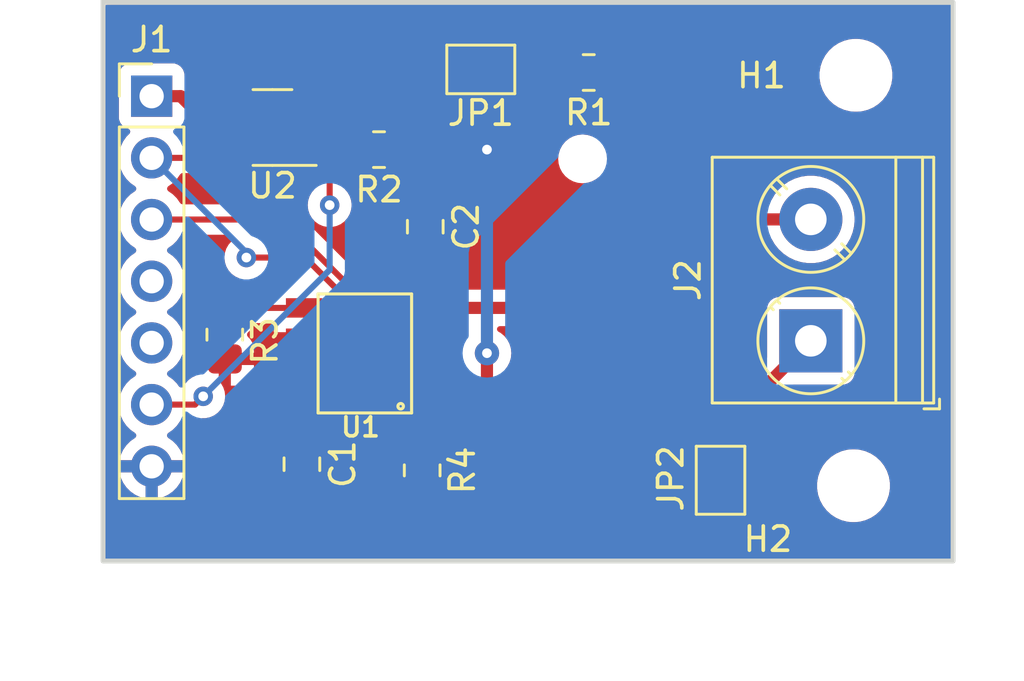
<source format=kicad_pcb>
(kicad_pcb (version 20221018) (generator pcbnew)
  (layers (0 "F.Cu" signal) (31 "B.Cu" signal) (34 "B.Paste" user) (35 "F.Paste" user) (36 "B.SilkS" user "B.Silkscreen") (37 "F.SilkS" user "F.Silkscreen") (38 "B.Mask" user) (39 "F.Mask" user) (44 "Edge.Cuts" user))
  (net 0 "")
  (net 1 "Net-(U1-VCC)")
  (net 2 "GND")
  (net 3 "/led-")
  (net 4 "VSS")
  (net 5 "+3V3")
  (net 6 "/I{slash}O")
  (net 7 "/scl")
  (net 8 "/sda")
  (net 9 "/ad0")
  (net 10 "/led+")
  (net 11 "Net-(U1-FB)")
  (footprint "MountingHole:MountingHole_2.5mm" (layer "F.Cu") (at 147.3 87.5)
    (fp_text reference "H2" (at -3.525 2.2) (layer "F.SilkS"))
    (fp_text value "MountingHole_Pad")
    (pad "" np_thru_hole circle (at 0 0) (size 2.5 2.5) (drill 2.5) (layers "*.Cu" "*.Mask"))
  )
  (footprint "Resistor_SMD:R_0805_2012Metric_Pad1.20x1.40mm_HandSolder" (layer "F.Cu") (at 127.762 73.66 180)
    (fp_text reference "R2" (at 0 -1.65) (layer "F.SilkS"))
    (fp_text value "Rl")
    (fp_line (start -0.227064 -0.735) (end 0.227064 -0.735) (stroke (width 0.12)) (layer "F.SilkS"))
    (fp_line (start -0.227064 0.735) (end 0.227064 0.735) (stroke (width 0.12)) (layer "F.SilkS"))
    (pad "1" smd roundrect (at -1 0 180) (size 1.2 1.4) (layers "F.Cu" "F.Paste" "F.Mask") (roundrect_rratio 0.208333) (net 2 "GND"))
    (pad "2" smd roundrect (at 1 0 180) (size 1.2 1.4) (layers "F.Cu" "F.Paste" "F.Mask") (roundrect_rratio 0.208333) (net 9 "/ad0"))
  )
  (footprint "TerminalBlock_Phoenix:TerminalBlock_Phoenix_PT-1,5-2-5.0-H_1x02_P5.00mm_Horizontal" (layer "F.Cu") (at 145.542 81.534 90)
    (fp_text reference "J2" (at 2.5 -5.06 90) (layer "F.SilkS"))
    (fp_text value "Screw_Terminal_01x02")
    (fp_line (start -2.8 4.66) (end -2.8 5.3) (stroke (width 0.12)) (layer "F.SilkS"))
    (fp_line (start -2.8 5.3) (end -2.4 5.3) (stroke (width 0.12)) (layer "F.SilkS"))
    (fp_line (start -2.56 -4.06) (end -2.56 5.06) (stroke (width 0.12)) (layer "F.SilkS"))
    (fp_line (start -2.56 -4.06) (end 7.56 -4.06) (stroke (width 0.12)) (layer "F.SilkS"))
    (fp_line (start -2.56 3.5) (end 7.56 3.5) (stroke (width 0.12)) (layer "F.SilkS"))
    (fp_line (start -2.56 4.6) (end 7.56 4.6) (stroke (width 0.12)) (layer "F.SilkS"))
    (fp_line (start -2.56 5.06) (end 7.56 5.06) (stroke (width 0.12)) (layer "F.SilkS"))
    (fp_line (start -1.548 1.281) (end -1.654 1.388) (stroke (width 0.12)) (layer "F.SilkS"))
    (fp_line (start -1.282 1.547) (end -1.388 1.654) (stroke (width 0.12)) (layer "F.SilkS"))
    (fp_line (start 1.388 -1.654) (end 1.281 -1.547) (stroke (width 0.12)) (layer "F.SilkS"))
    (fp_line (start 1.654 -1.388) (end 1.547 -1.281) (stroke (width 0.12)) (layer "F.SilkS"))
    (fp_line (start 3.742 0.992) (end 3.347 1.388) (stroke (width 0.12)) (layer "F.SilkS"))
    (fp_line (start 3.993 1.274) (end 3.613 1.654) (stroke (width 0.12)) (layer "F.SilkS"))
    (fp_line (start 6.388 -1.654) (end 6.008 -1.274) (stroke (width 0.12)) (layer "F.SilkS"))
    (fp_line (start 6.654 -1.388) (end 6.259 -0.992) (stroke (width 0.12)) (layer "F.SilkS"))
    (fp_line (start 7.56 -4.06) (end 7.56 5.06) (stroke (width 0.12)) (layer "F.SilkS"))
    (fp_circle (center 0 0) (end 2.18 0) (stroke (width 0.12)) (fill none) (layer "F.SilkS"))
    (fp_circle (center 5 0) (end 7.18 0) (stroke (width 0.12)) (fill none) (layer "F.SilkS"))
    (pad "1" thru_hole rect (at 0 0 90) (size 2.6 2.6) (drill 1.3) (layers "*.Cu" "*.Mask") (net 3 "/led-"))
    (pad "2" thru_hole circle (at 5 0 90) (size 2.6 2.6) (drill 1.3) (layers "*.Cu" "*.Mask") (net 10 "/led+"))
  )
  (footprint "Resistor_SMD:R_0805_2012Metric_Pad1.20x1.40mm_HandSolder" (layer "F.Cu") (at 121.412 81.28 90)
    (fp_text reference "R3" (at -0.254 1.651 90) (layer "F.SilkS"))
    (fp_text value "Rl")
    (fp_line (start -0.227064 -0.735) (end 0.227064 -0.735) (stroke (width 0.12)) (layer "F.SilkS"))
    (fp_line (start -0.227064 0.735) (end 0.227064 0.735) (stroke (width 0.12)) (layer "F.SilkS"))
    (pad "1" smd roundrect (at -1 0 90) (size 1.2 1.4) (layers "F.Cu" "F.Paste" "F.Mask") (roundrect_rratio 0.208333) (net 2 "GND"))
    (pad "2" smd roundrect (at 1 0 90) (size 1.2 1.4) (layers "F.Cu" "F.Paste" "F.Mask") (roundrect_rratio 0.208333) (net 11 "Net-(U1-FB)"))
  )
  (footprint "Jumper:SolderJumper-2_P1.3mm_Open_Pad1.0x1.5mm" (layer "F.Cu") (at 131.953 70.358 180)
    (fp_text reference "JP1" (at 0 -1.8) (layer "F.SilkS"))
    (fp_text value "SolderJumper_2_Open")
    (fp_line (start -1.4 -1) (end 1.4 -1) (stroke (width 0.12)) (layer "F.SilkS"))
    (fp_line (start -1.4 1) (end -1.4 -1) (stroke (width 0.12)) (layer "F.SilkS"))
    (fp_line (start 1.4 -1) (end 1.4 1) (stroke (width 0.12)) (layer "F.SilkS"))
    (fp_line (start 1.4 1) (end -1.4 1) (stroke (width 0.12)) (layer "F.SilkS"))
    (pad "1" smd rect (at -0.65 0 180) (size 1 1.5) (layers "F.Cu" "F.Mask") (net 4 "VSS"))
    (pad "2" smd rect (at 0.65 0 180) (size 1 1.5) (layers "F.Cu" "F.Mask") (net 10 "/led+"))
  )
  (footprint "Resistor_SMD:R_0805_2012Metric_Pad1.20x1.40mm_HandSolder" (layer "F.Cu") (at 129.54 86.868 -90)
    (fp_text reference "R4" (at 0 -1.65 90) (layer "F.SilkS"))
    (fp_text value "Rl")
    (fp_line (start -0.227064 -0.735) (end 0.227064 -0.735) (stroke (width 0.12)) (layer "F.SilkS"))
    (fp_line (start -0.227064 0.735) (end 0.227064 0.735) (stroke (width 0.12)) (layer "F.SilkS"))
    (pad "1" smd roundrect (at -1 0 270) (size 1.2 1.4) (layers "F.Cu" "F.Paste" "F.Mask") (roundrect_rratio 0.208333) (net 1 "Net-(U1-VCC)"))
    (pad "2" smd roundrect (at 1 0 270) (size 1.2 1.4) (layers "F.Cu" "F.Paste" "F.Mask") (roundrect_rratio 0.208333) (net 4 "VSS"))
  )
  (footprint "Package_TO_SOT_SMD:SOT-23-5" (layer "F.Cu") (at 123.375 72.75 180)
    (fp_text reference "U2" (at 0 -2.4) (layer "F.SilkS"))
    (fp_text value "INA169")
    (fp_line (start 0 -1.56) (end -1.8 -1.56) (stroke (width 0.12)) (layer "F.SilkS"))
    (fp_line (start 0 -1.56) (end 0.8 -1.56) (stroke (width 0.12)) (layer "F.SilkS"))
    (fp_line (start 0 1.56) (end -0.8 1.56) (stroke (width 0.12)) (layer "F.SilkS"))
    (fp_line (start 0 1.56) (end 0.8 1.56) (stroke (width 0.12)) (layer "F.SilkS"))
    (pad "1" smd roundrect (at -1.1375 -0.95 180) (size 1.325 0.6) (layers "F.Cu" "F.Paste" "F.Mask") (net 9 "/ad0"))
    (pad "2" smd roundrect (at -1.1375 0 180) (size 1.325 0.6) (layers "F.Cu" "F.Paste" "F.Mask") (net 2 "GND"))
    (pad "3" smd roundrect (at -1.1375 0.95 180) (size 1.325 0.6) (layers "F.Cu" "F.Paste" "F.Mask") (net 4 "VSS"))
    (pad "4" smd roundrect (at 1.1375 0.95 180) (size 1.325 0.6) (layers "F.Cu" "F.Paste" "F.Mask") (net 10 "/led+"))
    (pad "5" smd roundrect (at 1.1375 -0.95 180) (size 1.325 0.6) (layers "F.Cu" "F.Paste" "F.Mask") (net 5 "+3V3"))
  )
  (footprint "" (layer "F.Cu") (at 147.4 70.6)
    (fp_text reference "" (at 0 0) (layer "F.SilkS") (effects (font (size 1.27 1.27))))
    (fp_text value "" (at 0 0) (layer "F.SilkS") (effects (font (size 1.27 1.27))))
    (pad "" np_thru_hole circle (at 0 0) (size 2.5 2.5) (drill 2.5) (layers "F&B.Cu" "*.Mask"))
  )
  (footprint "own-footprints:stcs05" (layer "F.Cu") (at 130.429 84.328 90)
    (fp_text reference "U1" (at -0.762 -3.429 180) (layer "F.SilkS") (effects (font (size 0.787402 0.787402))))
    (fp_text value "STCS05DR")
    (fp_line (start -0.175 -5.175) (end 4.725 -5.175) (stroke (width 0.127)) (layer "F.SilkS"))
    (fp_line (start -0.175 -1.325) (end -0.175 -5.175) (stroke (width 0.127)) (layer "F.SilkS"))
    (fp_line (start 4.725 -5.175) (end 4.725 -1.325) (stroke (width 0.127)) (layer "F.SilkS"))
    (fp_line (start 4.725 -1.325) (end -0.175 -1.325) (stroke (width 0.127)) (layer "F.SilkS"))
    (fp_circle (center 0.1 -1.775) (end 0.15 -1.775) (stroke (width 0.127)) (fill none) (layer "F.SilkS"))
    (pad "1" smd rect (at 0.4 -0.75 180) (size 1.5 0.8) (layers "F.Cu" "F.Paste" "F.Mask") (net 1 "Net-(U1-VCC)"))
    (pad "2" smd rect (at 1.65 -0.75 180) (size 1.5 0.8) (layers "F.Cu" "F.Paste" "F.Mask") (net 5 "+3V3"))
    (pad "3" smd rect (at 2.9 -0.75 180) (size 1.5 0.8) (layers "F.Cu" "F.Paste" "F.Mask") (net 6 "/I{slash}O"))
    (pad "4" smd rect (at 4.15 -0.75 180) (size 1.5 0.8) (layers "F.Cu" "F.Paste" "F.Mask") (net 3 "/led-"))
    (pad "5" smd rect (at 4.15 -5.75 180) (size 1.5 0.8) (layers "F.Cu" "F.Paste" "F.Mask") (net 11 "Net-(U1-FB)"))
    (pad "6" smd rect (at 2.9 -5.75 180) (size 1.5 0.8) (layers "F.Cu" "F.Paste" "F.Mask") (net 2 "GND"))
    (pad "7" smd rect (at 1.65 -5.75 180) (size 1.5 0.8) (layers "F.Cu" "F.Paste" "F.Mask"))
    (pad "8" smd rect (at 0.4 -5.75 180) (size 1.5 0.8) (layers "F.Cu" "F.Paste" "F.Mask"))
  )
  (footprint "Resistor_SMD:R_0805_2012Metric_Pad1.20x1.40mm_HandSolder" (layer "F.Cu") (at 136.398 70.485 180)
    (fp_text reference "R1" (at 0 -1.65) (layer "F.SilkS"))
    (fp_text value "Rs")
    (fp_line (start -0.227064 -0.735) (end 0.227064 -0.735) (stroke (width 0.12)) (layer "F.SilkS"))
    (fp_line (start -0.227064 0.735) (end 0.227064 0.735) (stroke (width 0.12)) (layer "F.SilkS"))
    (pad "1" smd roundrect (at -1 0 180) (size 1.2 1.4) (layers "F.Cu" "F.Paste" "F.Mask") (roundrect_rratio 0.208333) (net 10 "/led+"))
    (pad "2" smd roundrect (at 1 0 180) (size 1.2 1.4) (layers "F.Cu" "F.Paste" "F.Mask") (roundrect_rratio 0.208333) (net 4 "VSS"))
  )
  (footprint "Capacitor_SMD:C_0805_2012Metric_Pad1.18x1.45mm_HandSolder" (layer "F.Cu") (at 129.667 76.835 -90)
    (fp_text reference "C2" (at 0 -1.68 90) (layer "F.SilkS"))
    (fp_text value "C_Small")
    (fp_line (start -0.261252 -0.735) (end 0.261252 -0.735) (stroke (width 0.12)) (layer "F.SilkS"))
    (fp_line (start -0.261252 0.735) (end 0.261252 0.735) (stroke (width 0.12)) (layer "F.SilkS"))
    (pad "1" smd roundrect (at -1.0375 0 270) (size 1.175 1.45) (layers "F.Cu" "F.Paste" "F.Mask") (roundrect_rratio 0.212766) (net 2 "GND"))
    (pad "2" smd roundrect (at 1.0375 0 270) (size 1.175 1.45) (layers "F.Cu" "F.Paste" "F.Mask") (roundrect_rratio 0.212766) (net 3 "/led-"))
  )
  (footprint "Capacitor_SMD:C_0805_2012Metric_Pad1.18x1.45mm_HandSolder" (layer "F.Cu") (at 124.587 86.614 -90)
    (fp_text reference "C1" (at 0 -1.68 90) (layer "F.SilkS"))
    (fp_text value "C_Small")
    (fp_line (start -0.261252 -0.735) (end 0.261252 -0.735) (stroke (width 0.12)) (layer "F.SilkS"))
    (fp_line (start -0.261252 0.735) (end 0.261252 0.735) (stroke (width 0.12)) (layer "F.SilkS"))
    (pad "1" smd roundrect (at -1.0375 0 270) (size 1.175 1.45) (layers "F.Cu" "F.Paste" "F.Mask") (roundrect_rratio 0.212766) (net 1 "Net-(U1-VCC)"))
    (pad "2" smd roundrect (at 1.0375 0 270) (size 1.175 1.45) (layers "F.Cu" "F.Paste" "F.Mask") (roundrect_rratio 0.212766) (net 2 "GND"))
  )
  (footprint "Jumper:SolderJumper-2_P1.3mm_Open_Pad1.0x1.5mm" (layer "F.Cu") (at 141.825 87.275 -90)
    (fp_text reference "JP2" (at -0.075 2.05 90) (layer "F.SilkS"))
    (fp_text value "SolderJumper_2_Open")
    (fp_line (start -1.4 -1) (end 1.4 -1) (stroke (width 0.12)) (layer "F.SilkS"))
    (fp_line (start -1.4 1) (end -1.4 -1) (stroke (width 0.12)) (layer "F.SilkS"))
    (fp_line (start 1.4 -1) (end 1.4 1) (stroke (width 0.12)) (layer "F.SilkS"))
    (fp_line (start 1.4 1) (end -1.4 1) (stroke (width 0.12)) (layer "F.SilkS"))
    (pad "1" smd rect (at -0.65 0 270) (size 1 1.5) (layers "F.Cu" "F.Mask") (net 3 "/led-"))
    (pad "2" smd rect (at 0.65 0 270) (size 1 1.5) (layers "F.Cu" "F.Mask") (net 2 "GND"))
  )
  (footprint "MountingHole:MountingHole_2.5mm" (layer "F.Cu") (at 147.4 70.6)
    (fp_text reference "H1" (at -3.89 0.012) (layer "F.SilkS"))
    (fp_text value "MountingHole_Pad")
    (pad "" np_thru_hole circle (at 0 0) (size 2.5 2.5) (drill 2.5) (layers "*.Cu" "*.Mask"))
  )
  (footprint "Connector_PinHeader_2.54mm:PinHeader_1x07_P2.54mm_Vertical" (layer "F.Cu") (at 118.4 71.46)
    (fp_text reference "J1" (at 0 -2.33) (layer "F.SilkS"))
    (fp_text value "Conn_01x07_Pin")
    (fp_line (start -1.33 -1.33) (end 0 -1.33) (stroke (width 0.12)) (layer "F.SilkS"))
    (fp_line (start -1.33 0) (end -1.33 -1.33) (stroke (width 0.12)) (layer "F.SilkS"))
    (fp_line (start -1.33 1.27) (end -1.33 16.57) (stroke (width 0.12)) (layer "F.SilkS"))
    (fp_line (start -1.33 1.27) (end 1.33 1.27) (stroke (width 0.12)) (layer "F.SilkS"))
    (fp_line (start -1.33 16.57) (end 1.33 16.57) (stroke (width 0.12)) (layer "F.SilkS"))
    (fp_line (start 1.33 1.27) (end 1.33 16.57) (stroke (width 0.12)) (layer "F.SilkS"))
    (pad "1" thru_hole rect (at 0 0) (size 1.7 1.7) (drill 1) (layers "*.Cu" "*.Mask") (net 4 "VSS"))
    (pad "2" thru_hole oval (at 0 2.54) (size 1.7 1.7) (drill 1) (layers "*.Cu" "*.Mask") (net 5 "+3V3"))
    (pad "3" thru_hole oval (at 0 5.08) (size 1.7 1.7) (drill 1) (layers "*.Cu" "*.Mask") (net 6 "/I{slash}O"))
    (pad "4" thru_hole oval (at 0 7.62) (size 1.7 1.7) (drill 1) (layers "*.Cu" "*.Mask") (net 7 "/scl"))
    (pad "5" thru_hole oval (at 0 10.16) (size 1.7 1.7) (drill 1) (layers "*.Cu" "*.Mask") (net 8 "/sda"))
    (pad "6" thru_hole oval (at 0 12.7) (size 1.7 1.7) (drill 1) (layers "*.Cu" "*.Mask") (net 9 "/ad0"))
    (pad "7" thru_hole oval (at 0 15.24) (size 1.7 1.7) (drill 1) (layers "*.Cu" "*.Mask") (net 2 "GND"))
  )
  (gr_rect (start 116.4 67.6) (end 151.4 90.6) (stroke (width 0.2)) (fill none) (layer "Edge.Cuts"))
  (segment (start 129.679 85.729) (end 129.54 85.868) (width 0.25) (layer "F.Cu") (net 1))
  (segment (start 124.7515 85.741) (end 124.587 85.5765) (width 0.25) (layer "F.Cu") (net 1))
  (segment (start 129.54 85.868) (end 129.413 85.741) (width 0.25) (layer "F.Cu") (net 1))
  (segment (start 129.679 83.928) (end 129.679 85.729) (width 0.25) (layer "F.Cu") (net 1))
  (segment (start 129.413 85.741) (end 124.7515 85.741) (width 0.25) (layer "F.Cu") (net 1))
  (segment (start 145.542 81.534) (end 141.825 85.251) (width 0.5) (layer "F.Cu") (net 3))
  (segment (start 129.667 80.166) (end 129.679 80.178) (width 0.5) (layer "F.Cu") (net 3))
  (segment (start 135.378 80.178) (end 141.825 86.625) (width 0.5) (layer "F.Cu") (net 3))
  (segment (start 129.679 80.178) (end 135.378 80.178) (width 0.5) (layer "F.Cu") (net 3))
  (segment (start 141.825 85.251) (end 141.825 86.625) (width 0.5) (layer "F.Cu") (net 3))
  (segment (start 129.667 77.8725) (end 129.667 80.166) (width 0.5) (layer "F.Cu") (net 3))
  (segment (start 120.904 72.771) (end 119.593 71.46) (width 0.5) (layer "F.Cu") (net 4))
  (segment (start 135.398 70.485) (end 135.271 70.358) (width 0.25) (layer "F.Cu") (net 4))
  (segment (start 132.161 73.614) (end 132.161 71.8) (width 0.5) (layer "F.Cu") (net 4))
  (segment (start 124.5125 71.8) (end 132.161 71.8) (width 0.5) (layer "F.Cu") (net 4))
  (segment (start 124.5125 71.8) (end 123.78 71.8) (width 0.5) (layer "F.Cu") (net 4))
  (segment (start 132.207 73.66) (end 132.161 73.614) (width 0.5) (layer "F.Cu") (net 4))
  (segment (start 123.78 71.8) (end 122.809 72.771) (width 0.5) (layer "F.Cu") (net 4))
  (segment (start 122.809 72.771) (end 120.904 72.771) (width 0.5) (layer "F.Cu") (net 4))
  (segment (start 132.161 71.8) (end 132.397 71.564) (width 0.5) (layer "F.Cu") (net 4))
  (segment (start 132.207 85.201) (end 132.207 82.042) (width 0.5) (layer "F.Cu") (net 4))
  (segment (start 132.603 71.358) (end 132.603 70.358) (width 0.5) (layer "F.Cu") (net 4))
  (segment (start 129.54 87.868) (end 132.207 85.201) (width 0.5) (layer "F.Cu") (net 4))
  (segment (start 132.397 71.564) (end 132.603 71.358) (width 0.5) (layer "F.Cu") (net 4))
  (segment (start 135.271 70.358) (end 132.603 70.358) (width 0.25) (layer "F.Cu") (net 4))
  (segment (start 119.593 71.46) (end 118.4 71.46) (width 0.5) (layer "F.Cu") (net 4))
  (via (at 132.207 82.042) (size 1) (drill 0.4) (layers "F.Cu" "B.Cu") (net 4))
  (via (at 132.207 73.66) (size 1) (drill 0.4) (layers "F.Cu" "B.Cu") (net 4))
  (segment (start 132.207 73.66) (end 132.207 82.042) (width 0.5) (layer "B.Cu") (net 4))
  (segment (start 129.292604 82.678) (end 124.719604 78.105) (width 0.25) (layer "F.Cu") (net 5))
  (segment (start 121.9375 74) (end 118.4 74) (width 0.25) (layer "F.Cu") (net 5))
  (segment (start 122.2375 73.7) (end 121.9375 74) (width 0.25) (layer "F.Cu") (net 5))
  (segment (start 129.679 82.678) (end 129.292604 82.678) (width 0.25) (layer "F.Cu") (net 5))
  (segment (start 124.719604 78.105) (end 122.301 78.105) (width 0.25) (layer "F.Cu") (net 5))
  (via (at 122.301 78.105) (size 0.8) (drill 0.4) (layers "F.Cu" "B.Cu") (net 5))
  (segment (start 122.301 77.901) (end 118.4 74) (width 0.25) (layer "B.Cu") (net 5))
  (segment (start 122.301 78.105) (end 122.301 77.901) (width 0.25) (layer "B.Cu") (net 5))
  (segment (start 128.679 81.428) (end 123.791 76.54) (width 0.25) (layer "F.Cu") (net 6))
  (segment (start 129.679 81.428) (end 128.679 81.428) (width 0.25) (layer "F.Cu") (net 6))
  (segment (start 123.791 76.54) (end 118.4 76.54) (width 0.25) (layer "F.Cu") (net 6))
  (segment (start 120.183 84.16) (end 120.523 83.82) (width 0.25) (layer "F.Cu") (net 9))
  (segment (start 118.4 84.16) (end 120.183 84.16) (width 0.25) (layer "F.Cu") (net 9))
  (segment (start 124.5525 73.66) (end 124.5125 73.7) (width 0.25) (layer "F.Cu") (net 9))
  (segment (start 125.73 75.946) (end 125.73 74.692) (width 0.25) (layer "F.Cu") (net 9))
  (segment (start 125.73 74.692) (end 126.762 73.66) (width 0.25) (layer "F.Cu") (net 9))
  (segment (start 126.762 73.66) (end 124.5525 73.66) (width 0.25) (layer "F.Cu") (net 9))
  (via (at 120.523 83.82) (size 0.8) (drill 0.4) (layers "F.Cu" "B.Cu") (net 9))
  (via (at 125.73 75.946) (size 0.8) (drill 0.4) (layers "F.Cu" "B.Cu") (net 9))
  (segment (start 120.523 83.82) (end 125.73 78.613) (width 0.25) (layer "B.Cu") (net 9))
  (segment (start 125.73 78.613) (end 125.73 75.946) (width 0.25) (layer "B.Cu") (net 9))
  (segment (start 138.8665 71.9535) (end 137.398 70.485) (width 0.5) (layer "F.Cu") (net 10))
  (segment (start 132.004 68.707) (end 131.303 69.408) (width 0.5) (layer "F.Cu") (net 10))
  (segment (start 145.542 76.534) (end 143.447 76.534) (width 0.5) (layer "F.Cu") (net 10))
  (segment (start 131.303 70.358) (end 123.6795 70.358) (width 0.5) (layer "F.Cu") (net 10))
  (segment (start 143.447 76.534) (end 138.8665 71.9535) (width 0.5) (layer "F.Cu") (net 10))
  (segment (start 135.62 68.707) (end 132.004 68.707) (width 0.5) (layer "F.Cu") (net 10))
  (segment (start 123.6795 70.358) (end 122.2375 71.8) (width 0.5) (layer "F.Cu") (net 10))
  (segment (start 137.398 70.485) (end 135.62 68.707) (width 0.5) (layer "F.Cu") (net 10))
  (segment (start 131.303 69.408) (end 131.303 70.358) (width 0.5) (layer "F.Cu") (net 10))
  (segment (start 124.679 80.178) (end 121.514 80.178) (width 0.25) (layer "F.Cu") (net 11))
  (segment (start 121.514 80.178) (end 121.412 80.28) (width 0.25) (layer "F.Cu") (net 11))
  (zone (net 2) (net_name "GND") (layers "F&B.Cu") (connect_pads (clearance 0.5)) (min_thickness 0.25) (fill yes (thermal_gap 0.5) (thermal_bridge_width 0.5))
    (polygon (pts (xy 116.459 67.691) (xy 151.384 67.564) (xy 151.384 90.678) (xy 116.332 90.551)))
  )
)
</source>
